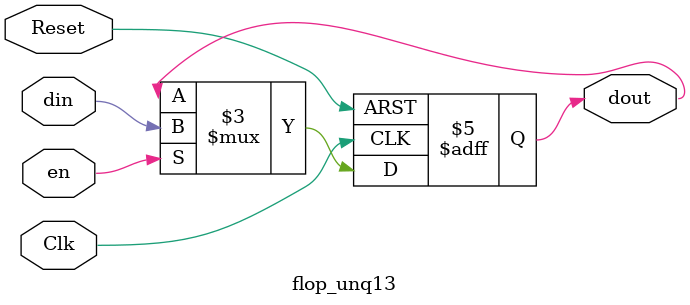
<source format=sv>

/* *****************************************************************************
 * File: flop.vp
 * 
 * Description:
 * Genesis2 flip-flop generator.
 * 
 * Required Genesis2 Controlable Parameters:
 * * Type		- Constant, Flop, RFlop, EFlop, or REFlop
 * * Width		- integer value specifying register width
 * * Default		- default value for the flop 
 *			 (only applies when flop_type=constant|rflop|reflop)
 * * SyncMode		- Sync or ASync flop * Change bar:
 * 
 * 
 * -----------
 * Date          Author   Description
 * Mar 30, 2010  shacham  init version  --  
 * May 20, 2014  jingpu   Add Async mode, change to active low reset
 * 
 * ****************************************************************************/


/*******************************************************************************
 * REQUIRED PARAMETERIZATION
 ******************************************************************************/
// Type (_GENESIS2_INHERITANCE_PRIORITY_) = REFlop
//
// Default (_GENESIS2_INHERITANCE_PRIORITY_) = 0
//
// Width (_GENESIS2_INHERITANCE_PRIORITY_) = 1
//
// SyncMode (_GENESIS2_DECLARATION_PRIORITY_) = ASync
//

module flop_unq13(
	       //inputs
	       input wire logic 		   Clk,
	       input wire logic [0:0]  din,
	       input wire logic 		   Reset,
	       input wire logic 		   en,

	       //outputs
	       output logic [0:0] dout
	       );


   /* synopsys dc_tcl_script_begin
    set_dont_retime [current_design] true
    set_optimize_registers false -design [current_design]
    */
   


   
   always_ff @(posedge Clk or negedge Reset) begin
      if (!Reset) 
	dout <= 1'h0;
      else if (en)
	dout <= din;
   end

endmodule : flop_unq13

</source>
